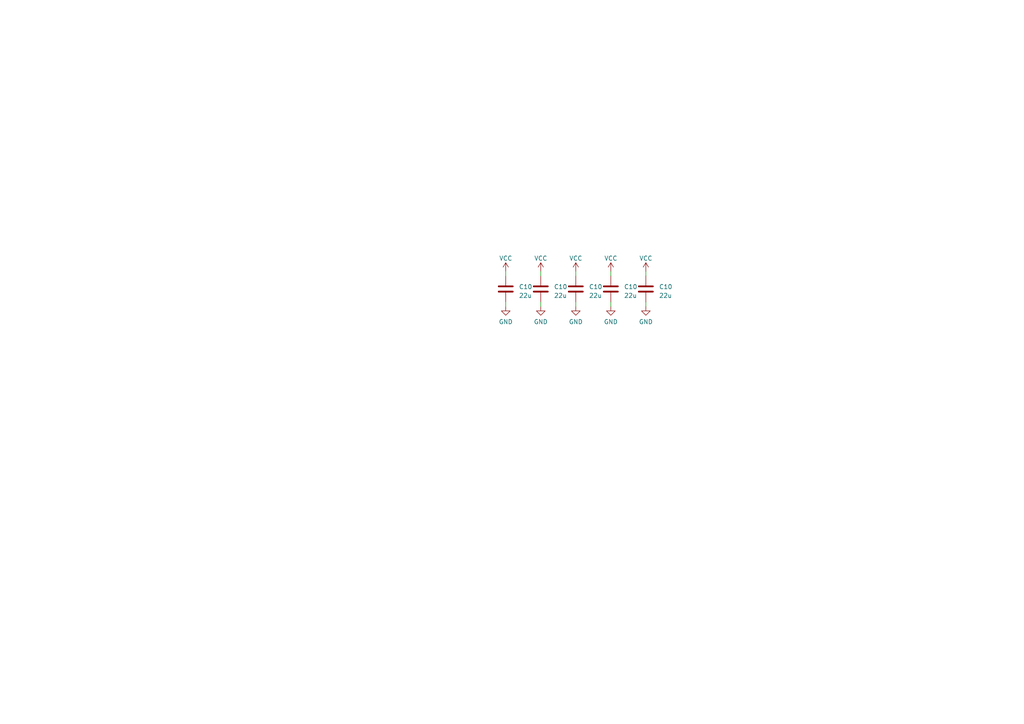
<source format=kicad_sch>
(kicad_sch (version 20230121) (generator eeschema)
  (paper "A4")
  (lib_symbols
    (symbol "Device:C" (pin_numbers hide) (pin_names (offset 0.254))
      (property "Reference" "C" (at 0.635 2.54 0))
      (property "Value" "C" (at 0.635 -2.54 0))
      (symbol "C_0_1"
        (polyline (pts (xy -2.032 -0.762) (xy 2.032 -0.762)) (stroke (width 0.508)))
        (polyline (pts (xy -2.032 0.762) (xy 2.032 0.762)) (stroke (width 0.508)))
      )
      (symbol "C_1_1"
        (pin passive line (at 0 3.81 270) (length 2.794) (name "~") (number "1"))
        (pin passive line (at 0 -3.81 90) (length 2.794) (name "~") (number "2"))
      )
    )
    (symbol "power:GND" (power) (pin_names (offset 0))
      (property "Value" "GND" (at 0 -3.81 0))
      (symbol "GND_0_1"
        (polyline (pts (xy 0 0) (xy 0 -1.27) (xy 1.27 -1.27) (xy 0 -2.54) (xy -1.27 -1.27) (xy 0 -1.27)))
      )
      (symbol "GND_1_1"
        (pin power_in line (at 0 0 270) (length 0) hide (name "GND") (number "1"))
      )
    )
    (symbol "power:VCC" (power) (pin_names (offset 0))
      (property "Value" "VCC" (at 0 3.81 0))
      (symbol "VCC_0_1"
        (polyline (pts (xy -0.762 1.27) (xy 0 2.54)))
        (polyline (pts (xy 0 0) (xy 0 2.54)))
        (polyline (pts (xy 0 2.54) (xy 0.762 1.27)))
      )
      (symbol "VCC_1_1"
        (pin power_in line (at 0 0 90) (length 0) hide (name "VCC") (number "1"))
      )
    )
  )
  (wire (pts (xy 146.685 78.74) (xy 146.685 80.01)))
  (wire (pts (xy 156.845 78.74) (xy 156.845 80.01)))
  (wire (pts (xy 177.165 78.74) (xy 177.165 80.01)))
  (wire (pts (xy 156.845 87.63) (xy 156.845 88.9)))
  (wire (pts (xy 167.005 87.63) (xy 167.005 88.9)))
  (wire (pts (xy 187.325 87.63) (xy 187.325 88.9)))
  (wire (pts (xy 187.325 78.74) (xy 187.325 80.01)))
  (wire (pts (xy 177.165 87.63) (xy 177.165 88.9)))
  (wire (pts (xy 146.685 87.63) (xy 146.685 88.9)))
  (wire (pts (xy 167.005 78.74) (xy 167.005 80.01)))
  (symbol (lib_id "power:GND") (at 156.845 88.9 0) (unit 1)
    (property "Reference" "#PWR055" (effects hide))
    (property "Value" "GND" (at 156.845 93.345 0))
    (instances (project "version_1" (path "" (reference "#PWR055") (unit 1)) (path "" (reference "#PWR066") (unit 1)) (path "" (reference "#PWR0111") (unit 1)) (path "" (reference "#PWR0129") (unit 1)) (path "" (reference "#PWR0139") (unit 1))))
  )
  (symbol (lib_id "power:GND") (at 187.325 88.9 0) (unit 1)
    (property "Reference" "#PWR055" (effects hide))
    (property "Value" "GND" (at 187.325 93.345 0))
    (instances (project "version_1" (path "" (reference "#PWR055") (unit 1)) (path "" (reference "#PWR066") (unit 1)) (path "" (reference "#PWR0117") (unit 1)) (path "" (reference "#PWR0135") (unit 1)) (path "" (reference "#PWR0145") (unit 1))))
  )
  (symbol (lib_id "power:VCC") (at 177.165 78.74 0) (unit 1)
    (property "Reference" "#PWR051" (effects hide))
    (property "Value" "VCC" (at 177.165 74.93 0))
    (instances (project "version_1" (path "" (reference "#PWR051") (unit 1)) (path "" (reference "#PWR065") (unit 1)) (path "" (reference "#PWR0114") (unit 1)) (path "" (reference "#PWR0132") (unit 1)) (path "" (reference "#PWR0142") (unit 1))))
  )
  (symbol (lib_id "Device:C") (at 187.325 83.82 0) (unit 1)
    (property "Reference" "C10" (at 191.135 83.185 0) (effects (justify left)))
    (property "Value" "22u" (at 191.135 85.725 0) (effects (justify left)))
    (property "Footprint" "Capacitor_SMD:C_0805_2012Metric_Pad1.18x1.45mm_HandSolder" (effects hide))
    (instances (project "version_1" (path "" (reference "C10") (unit 1)) (path "" (reference "C15") (unit 1)) (path "" (reference "C35") (unit 1)) (path "" (reference "C44") (unit 1)) (path "" (reference "C49") (unit 1))))
  )
  (symbol (lib_id "Device:C") (at 156.845 83.82 0) (unit 1)
    (property "Reference" "C10" (at 160.655 83.185 0) (effects (justify left)))
    (property "Value" "22u" (at 160.655 85.725 0) (effects (justify left)))
    (property "Footprint" "Capacitor_SMD:C_0805_2012Metric_Pad1.18x1.45mm_HandSolder" (effects hide))
    (instances (project "version_1" (path "" (reference "C10") (unit 1)) (path "" (reference "C15") (unit 1)) (path "" (reference "C32") (unit 1)) (path "" (reference "C41") (unit 1)) (path "" (reference "C46") (unit 1))))
  )
  (symbol (lib_id "power:GND") (at 167.005 88.9 0) (unit 1)
    (property "Reference" "#PWR055" (effects hide))
    (property "Value" "GND" (at 167.005 93.345 0))
    (instances (project "version_1" (path "" (reference "#PWR055") (unit 1)) (path "" (reference "#PWR066") (unit 1)) (path "" (reference "#PWR0113") (unit 1)) (path "" (reference "#PWR0131") (unit 1)) (path "" (reference "#PWR0141") (unit 1))))
  )
  (symbol (lib_id "Device:C") (at 146.685 83.82 0) (unit 1)
    (property "Reference" "C10" (at 150.495 83.185 0) (effects (justify left)))
    (property "Value" "22u" (at 150.495 85.725 0) (effects (justify left)))
    (property "Footprint" "Capacitor_SMD:C_0805_2012Metric_Pad1.18x1.45mm_HandSolder" (effects hide))
    (instances (project "version_1" (path "" (reference "C10") (unit 1)) (path "" (reference "C15") (unit 1)) (path "" (reference "C11") (unit 1)) (path "" (reference "C40") (unit 1)) (path "" (reference "C45") (unit 1))))
  )
  (symbol (lib_id "power:VCC") (at 156.845 78.74 0) (unit 1)
    (property "Reference" "#PWR051" (effects hide))
    (property "Value" "VCC" (at 156.845 74.93 0))
    (instances (project "version_1" (path "" (reference "#PWR051") (unit 1)) (path "" (reference "#PWR065") (unit 1)) (path "" (reference "#PWR0110") (unit 1)) (path "" (reference "#PWR0128") (unit 1)) (path "" (reference "#PWR0138") (unit 1))))
  )
  (symbol (lib_id "power:GND") (at 177.165 88.9 0) (unit 1)
    (property "Reference" "#PWR055" (effects hide))
    (property "Value" "GND" (at 177.165 93.345 0))
    (instances (project "version_1" (path "" (reference "#PWR055") (unit 1)) (path "" (reference "#PWR066") (unit 1)) (path "" (reference "#PWR0115") (unit 1)) (path "" (reference "#PWR0133") (unit 1)) (path "" (reference "#PWR0143") (unit 1))))
  )
  (symbol (lib_id "power:GND") (at 146.685 88.9 0) (unit 1)
    (property "Reference" "#PWR055" (effects hide))
    (property "Value" "GND" (at 146.685 93.345 0))
    (instances (project "version_1" (path "" (reference "#PWR055") (unit 1)) (path "" (reference "#PWR066") (unit 1)) (path "" (reference "#PWR0109") (unit 1)) (path "" (reference "#PWR0127") (unit 1)) (path "" (reference "#PWR0137") (unit 1))))
  )
  (symbol (lib_id "power:VCC") (at 187.325 78.74 0) (unit 1)
    (property "Reference" "#PWR051" (effects hide))
    (property "Value" "VCC" (at 187.325 74.93 0))
    (instances (project "version_1" (path "" (reference "#PWR051") (unit 1)) (path "" (reference "#PWR065") (unit 1)) (path "" (reference "#PWR0116") (unit 1)) (path "" (reference "#PWR0134") (unit 1)) (path "" (reference "#PWR0144") (unit 1))))
  )
  (symbol (lib_id "Device:C") (at 177.165 83.82 0) (unit 1)
    (property "Reference" "C10" (at 180.975 83.185 0) (effects (justify left)))
    (property "Value" "22u" (at 180.975 85.725 0) (effects (justify left)))
    (property "Footprint" "Capacitor_SMD:C_0805_2012Metric_Pad1.18x1.45mm_HandSolder" (effects hide))
    (instances (project "version_1" (path "" (reference "C10") (unit 1)) (path "" (reference "C15") (unit 1)) (path "" (reference "C34") (unit 1)) (path "" (reference "C43") (unit 1)) (path "" (reference "C48") (unit 1))))
  )
  (symbol (lib_id "power:VCC") (at 167.005 78.74 0) (unit 1)
    (property "Reference" "#PWR051" (effects hide))
    (property "Value" "VCC" (at 167.005 74.93 0))
    (instances (project "version_1" (path "" (reference "#PWR051") (unit 1)) (path "" (reference "#PWR065") (unit 1)) (path "" (reference "#PWR0112") (unit 1)) (path "" (reference "#PWR0130") (unit 1)) (path "" (reference "#PWR0140") (unit 1))))
  )
  (symbol (lib_id "power:VCC") (at 146.685 78.74 0) (unit 1)
    (property "Reference" "#PWR051" (effects hide))
    (property "Value" "VCC" (at 146.685 74.93 0))
    (instances (project "version_1" (path "" (reference "#PWR051") (unit 1)) (path "" (reference "#PWR065") (unit 1)) (path "" (reference "#PWR03") (unit 1)) (path "" (reference "#PWR0126") (unit 1)) (path "" (reference "#PWR0136") (unit 1))))
  )
  (symbol (lib_id "Device:C") (at 167.005 83.82 0) (unit 1)
    (property "Reference" "C10" (at 170.815 83.185 0) (effects (justify left)))
    (property "Value" "22u" (at 170.815 85.725 0) (effects (justify left)))
    (property "Footprint" "Capacitor_SMD:C_0805_2012Metric_Pad1.18x1.45mm_HandSolder" (effects hide))
    (instances (project "version_1" (path "" (reference "C10") (unit 1)) (path "" (reference "C15") (unit 1)) (path "" (reference "C33") (unit 1)) (path "" (reference "C42") (unit 1)) (path "" (reference "C47") (unit 1))))
  )
)
</source>
